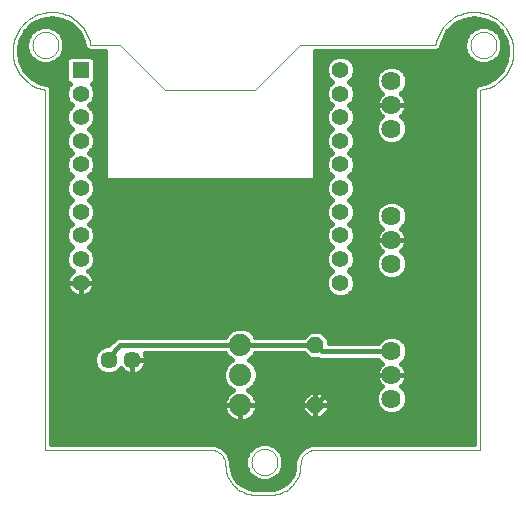
<source format=gtl>
G75*
G70*
%OFA0B0*%
%FSLAX24Y24*%
%IPPOS*%
%LPD*%
%AMOC8*
5,1,8,0,0,1.08239X$1,22.5*
%
%ADD10C,0.0000*%
%ADD11C,0.0560*%
%ADD12R,0.0560X0.0560*%
%ADD13OC8,0.0520*%
%ADD14C,0.0640*%
%ADD15C,0.0570*%
%ADD16C,0.0740*%
%ADD17C,0.0160*%
%ADD18C,0.0356*%
D10*
X001680Y002180D02*
X001680Y014180D01*
X001680Y014181D02*
X001609Y014194D01*
X001540Y014212D01*
X001471Y014233D01*
X001404Y014257D01*
X001338Y014286D01*
X001274Y014318D01*
X001211Y014353D01*
X001151Y014392D01*
X001093Y014434D01*
X001037Y014480D01*
X000984Y014528D01*
X000934Y014579D01*
X000886Y014633D01*
X000842Y014689D01*
X000801Y014747D01*
X000762Y014808D01*
X000728Y014871D01*
X000697Y014936D01*
X000669Y015002D01*
X000645Y015069D01*
X000625Y015138D01*
X000609Y015208D01*
X000596Y015279D01*
X000588Y015350D01*
X000583Y015422D01*
X000582Y015493D01*
X000585Y015565D01*
X000592Y015636D01*
X000604Y015707D01*
X000618Y015777D01*
X000637Y015847D01*
X000660Y015915D01*
X000686Y015981D01*
X000716Y016047D01*
X000749Y016110D01*
X000786Y016172D01*
X000826Y016231D01*
X000869Y016288D01*
X000916Y016343D01*
X000965Y016395D01*
X001017Y016444D01*
X001072Y016491D01*
X001129Y016534D01*
X001188Y016574D01*
X001250Y016611D01*
X001313Y016644D01*
X001379Y016674D01*
X001445Y016700D01*
X001513Y016723D01*
X001583Y016742D01*
X001653Y016756D01*
X001724Y016768D01*
X001795Y016775D01*
X001867Y016778D01*
X001938Y016777D01*
X002010Y016772D01*
X002081Y016764D01*
X002152Y016751D01*
X002222Y016735D01*
X002291Y016715D01*
X002358Y016691D01*
X002424Y016663D01*
X002489Y016632D01*
X002552Y016598D01*
X002613Y016559D01*
X002671Y016518D01*
X002727Y016474D01*
X002781Y016426D01*
X002832Y016376D01*
X002880Y016323D01*
X002926Y016267D01*
X002968Y016209D01*
X003007Y016149D01*
X003042Y016086D01*
X003074Y016022D01*
X003103Y015956D01*
X003127Y015889D01*
X003148Y015820D01*
X003166Y015751D01*
X003179Y015680D01*
X003180Y015680D02*
X004180Y015680D01*
X005680Y014180D01*
X008680Y014180D01*
X010180Y015680D01*
X014680Y015680D01*
X014681Y015680D02*
X014694Y015751D01*
X014712Y015820D01*
X014733Y015889D01*
X014757Y015956D01*
X014786Y016022D01*
X014818Y016086D01*
X014853Y016149D01*
X014892Y016209D01*
X014934Y016267D01*
X014980Y016323D01*
X015028Y016376D01*
X015079Y016426D01*
X015133Y016474D01*
X015189Y016518D01*
X015247Y016559D01*
X015308Y016598D01*
X015371Y016632D01*
X015436Y016663D01*
X015502Y016691D01*
X015569Y016715D01*
X015638Y016735D01*
X015708Y016751D01*
X015779Y016764D01*
X015850Y016772D01*
X015922Y016777D01*
X015993Y016778D01*
X016065Y016775D01*
X016136Y016768D01*
X016207Y016756D01*
X016277Y016742D01*
X016347Y016723D01*
X016415Y016700D01*
X016481Y016674D01*
X016547Y016644D01*
X016610Y016611D01*
X016672Y016574D01*
X016731Y016534D01*
X016788Y016491D01*
X016843Y016444D01*
X016895Y016395D01*
X016944Y016343D01*
X016991Y016288D01*
X017034Y016231D01*
X017074Y016172D01*
X017111Y016110D01*
X017144Y016047D01*
X017174Y015981D01*
X017200Y015915D01*
X017223Y015847D01*
X017242Y015777D01*
X017256Y015707D01*
X017268Y015636D01*
X017275Y015565D01*
X017278Y015493D01*
X017277Y015422D01*
X017272Y015350D01*
X017264Y015279D01*
X017251Y015208D01*
X017235Y015138D01*
X017215Y015069D01*
X017191Y015002D01*
X017163Y014936D01*
X017132Y014871D01*
X017098Y014808D01*
X017059Y014747D01*
X017018Y014689D01*
X016974Y014633D01*
X016926Y014579D01*
X016876Y014528D01*
X016823Y014480D01*
X016767Y014434D01*
X016709Y014392D01*
X016649Y014353D01*
X016586Y014318D01*
X016522Y014286D01*
X016456Y014257D01*
X016389Y014233D01*
X016320Y014212D01*
X016251Y014194D01*
X016180Y014181D01*
X016180Y014180D02*
X016180Y002180D01*
X010680Y002180D01*
X010636Y002178D01*
X010593Y002172D01*
X010551Y002163D01*
X010509Y002150D01*
X010469Y002133D01*
X010430Y002113D01*
X010393Y002090D01*
X010359Y002063D01*
X010326Y002034D01*
X010297Y002001D01*
X010270Y001967D01*
X010247Y001930D01*
X010227Y001891D01*
X010210Y001851D01*
X010197Y001809D01*
X010188Y001767D01*
X010182Y001724D01*
X010180Y001680D01*
X010178Y001620D01*
X010173Y001559D01*
X010164Y001500D01*
X010151Y001441D01*
X010135Y001382D01*
X010115Y001325D01*
X010092Y001270D01*
X010065Y001215D01*
X010036Y001163D01*
X010003Y001112D01*
X009967Y001063D01*
X009929Y001017D01*
X009887Y000973D01*
X009843Y000931D01*
X009797Y000893D01*
X009748Y000857D01*
X009697Y000824D01*
X009645Y000795D01*
X009590Y000768D01*
X009535Y000745D01*
X009478Y000725D01*
X009419Y000709D01*
X009360Y000696D01*
X009301Y000687D01*
X009240Y000682D01*
X009180Y000680D01*
X008680Y000680D01*
X008620Y000682D01*
X008559Y000687D01*
X008500Y000696D01*
X008441Y000709D01*
X008382Y000725D01*
X008325Y000745D01*
X008270Y000768D01*
X008215Y000795D01*
X008163Y000824D01*
X008112Y000857D01*
X008063Y000893D01*
X008017Y000931D01*
X007973Y000973D01*
X007931Y001017D01*
X007893Y001063D01*
X007857Y001112D01*
X007824Y001163D01*
X007795Y001215D01*
X007768Y001270D01*
X007745Y001325D01*
X007725Y001382D01*
X007709Y001441D01*
X007696Y001500D01*
X007687Y001559D01*
X007682Y001620D01*
X007680Y001680D01*
X007678Y001724D01*
X007672Y001767D01*
X007663Y001809D01*
X007650Y001851D01*
X007633Y001891D01*
X007613Y001930D01*
X007590Y001967D01*
X007563Y002001D01*
X007534Y002034D01*
X007501Y002063D01*
X007467Y002090D01*
X007430Y002113D01*
X007391Y002133D01*
X007351Y002150D01*
X007309Y002163D01*
X007267Y002172D01*
X007224Y002178D01*
X007180Y002180D01*
X001680Y002180D01*
X008547Y001780D02*
X008549Y001821D01*
X008555Y001862D01*
X008565Y001902D01*
X008578Y001941D01*
X008595Y001978D01*
X008616Y002014D01*
X008640Y002048D01*
X008667Y002079D01*
X008696Y002107D01*
X008729Y002133D01*
X008763Y002155D01*
X008800Y002174D01*
X008838Y002189D01*
X008878Y002201D01*
X008918Y002209D01*
X008959Y002213D01*
X009001Y002213D01*
X009042Y002209D01*
X009082Y002201D01*
X009122Y002189D01*
X009160Y002174D01*
X009196Y002155D01*
X009231Y002133D01*
X009264Y002107D01*
X009293Y002079D01*
X009320Y002048D01*
X009344Y002014D01*
X009365Y001978D01*
X009382Y001941D01*
X009395Y001902D01*
X009405Y001862D01*
X009411Y001821D01*
X009413Y001780D01*
X009411Y001739D01*
X009405Y001698D01*
X009395Y001658D01*
X009382Y001619D01*
X009365Y001582D01*
X009344Y001546D01*
X009320Y001512D01*
X009293Y001481D01*
X009264Y001453D01*
X009231Y001427D01*
X009197Y001405D01*
X009160Y001386D01*
X009122Y001371D01*
X009082Y001359D01*
X009042Y001351D01*
X009001Y001347D01*
X008959Y001347D01*
X008918Y001351D01*
X008878Y001359D01*
X008838Y001371D01*
X008800Y001386D01*
X008764Y001405D01*
X008729Y001427D01*
X008696Y001453D01*
X008667Y001481D01*
X008640Y001512D01*
X008616Y001546D01*
X008595Y001582D01*
X008578Y001619D01*
X008565Y001658D01*
X008555Y001698D01*
X008549Y001739D01*
X008547Y001780D01*
X001247Y015680D02*
X001249Y015721D01*
X001255Y015762D01*
X001265Y015802D01*
X001278Y015841D01*
X001295Y015878D01*
X001316Y015914D01*
X001340Y015948D01*
X001367Y015979D01*
X001396Y016007D01*
X001429Y016033D01*
X001463Y016055D01*
X001500Y016074D01*
X001538Y016089D01*
X001578Y016101D01*
X001618Y016109D01*
X001659Y016113D01*
X001701Y016113D01*
X001742Y016109D01*
X001782Y016101D01*
X001822Y016089D01*
X001860Y016074D01*
X001896Y016055D01*
X001931Y016033D01*
X001964Y016007D01*
X001993Y015979D01*
X002020Y015948D01*
X002044Y015914D01*
X002065Y015878D01*
X002082Y015841D01*
X002095Y015802D01*
X002105Y015762D01*
X002111Y015721D01*
X002113Y015680D01*
X002111Y015639D01*
X002105Y015598D01*
X002095Y015558D01*
X002082Y015519D01*
X002065Y015482D01*
X002044Y015446D01*
X002020Y015412D01*
X001993Y015381D01*
X001964Y015353D01*
X001931Y015327D01*
X001897Y015305D01*
X001860Y015286D01*
X001822Y015271D01*
X001782Y015259D01*
X001742Y015251D01*
X001701Y015247D01*
X001659Y015247D01*
X001618Y015251D01*
X001578Y015259D01*
X001538Y015271D01*
X001500Y015286D01*
X001464Y015305D01*
X001429Y015327D01*
X001396Y015353D01*
X001367Y015381D01*
X001340Y015412D01*
X001316Y015446D01*
X001295Y015482D01*
X001278Y015519D01*
X001265Y015558D01*
X001255Y015598D01*
X001249Y015639D01*
X001247Y015680D01*
X015847Y015680D02*
X015849Y015721D01*
X015855Y015762D01*
X015865Y015802D01*
X015878Y015841D01*
X015895Y015878D01*
X015916Y015914D01*
X015940Y015948D01*
X015967Y015979D01*
X015996Y016007D01*
X016029Y016033D01*
X016063Y016055D01*
X016100Y016074D01*
X016138Y016089D01*
X016178Y016101D01*
X016218Y016109D01*
X016259Y016113D01*
X016301Y016113D01*
X016342Y016109D01*
X016382Y016101D01*
X016422Y016089D01*
X016460Y016074D01*
X016496Y016055D01*
X016531Y016033D01*
X016564Y016007D01*
X016593Y015979D01*
X016620Y015948D01*
X016644Y015914D01*
X016665Y015878D01*
X016682Y015841D01*
X016695Y015802D01*
X016705Y015762D01*
X016711Y015721D01*
X016713Y015680D01*
X016711Y015639D01*
X016705Y015598D01*
X016695Y015558D01*
X016682Y015519D01*
X016665Y015482D01*
X016644Y015446D01*
X016620Y015412D01*
X016593Y015381D01*
X016564Y015353D01*
X016531Y015327D01*
X016497Y015305D01*
X016460Y015286D01*
X016422Y015271D01*
X016382Y015259D01*
X016342Y015251D01*
X016301Y015247D01*
X016259Y015247D01*
X016218Y015251D01*
X016178Y015259D01*
X016138Y015271D01*
X016100Y015286D01*
X016064Y015305D01*
X016029Y015327D01*
X015996Y015353D01*
X015967Y015381D01*
X015940Y015412D01*
X015916Y015446D01*
X015895Y015482D01*
X015878Y015519D01*
X015865Y015558D01*
X015855Y015598D01*
X015849Y015639D01*
X015847Y015680D01*
D11*
X011511Y014845D03*
X011511Y014058D03*
X011511Y013271D03*
X011511Y012483D03*
X011511Y011696D03*
X011511Y010908D03*
X011511Y010121D03*
X011511Y009334D03*
X011511Y008546D03*
X011511Y007759D03*
X002849Y007759D03*
X002849Y008546D03*
X002849Y009334D03*
X002849Y010121D03*
X002849Y010908D03*
X002849Y011696D03*
X002849Y012483D03*
X002849Y013271D03*
X002849Y014058D03*
D12*
X002849Y014845D03*
D13*
X010680Y005680D03*
X010680Y003680D03*
D14*
X013211Y003893D03*
X013211Y004680D03*
X013211Y005467D03*
X013211Y008393D03*
X013211Y009180D03*
X013211Y009967D03*
X013211Y012893D03*
X013211Y013680D03*
X013211Y014467D03*
D15*
X004574Y005180D03*
X003786Y005180D03*
D16*
X008180Y004680D03*
X008180Y003680D03*
X008180Y005680D03*
D17*
X004180Y005680D01*
X003786Y005286D01*
X003786Y005180D01*
X003332Y005350D02*
X001880Y005350D01*
X001880Y005192D02*
X003301Y005192D01*
X003301Y005276D02*
X003301Y005084D01*
X003375Y004905D01*
X003512Y004769D01*
X003690Y004695D01*
X003883Y004695D01*
X004061Y004769D01*
X004197Y004905D01*
X004198Y004906D01*
X004219Y004877D01*
X004271Y004825D01*
X004330Y004782D01*
X004395Y004749D01*
X004465Y004726D01*
X004537Y004715D01*
X004574Y004715D01*
X004610Y004715D01*
X004683Y004726D01*
X004752Y004749D01*
X004817Y004782D01*
X004877Y004825D01*
X004928Y004877D01*
X004971Y004936D01*
X005005Y005002D01*
X005027Y005071D01*
X005039Y005143D01*
X005039Y005180D01*
X005039Y005217D01*
X005027Y005289D01*
X005005Y005358D01*
X004983Y005400D01*
X007679Y005400D01*
X007697Y005357D01*
X007857Y005197D01*
X007898Y005180D01*
X007857Y005163D01*
X007697Y005003D01*
X007610Y004793D01*
X007610Y004567D01*
X007697Y004357D01*
X007857Y004197D01*
X007926Y004168D01*
X007892Y004150D01*
X007822Y004100D01*
X007760Y004038D01*
X007710Y003968D01*
X007670Y003891D01*
X007644Y003809D01*
X007630Y003723D01*
X007630Y003680D01*
X008180Y003680D01*
X005180Y003680D01*
X004574Y004286D01*
X004574Y005180D01*
X005039Y005180D01*
X004574Y005180D01*
X004574Y005180D01*
X004574Y004715D01*
X004574Y005180D01*
X004574Y005180D01*
X004574Y005033D02*
X004574Y005033D01*
X004574Y004875D02*
X004574Y004875D01*
X004574Y004716D02*
X004574Y004716D01*
X004617Y004716D02*
X007610Y004716D01*
X007614Y004558D02*
X001880Y004558D01*
X001880Y004716D02*
X003639Y004716D01*
X003406Y004875D02*
X001880Y004875D01*
X001880Y005033D02*
X003322Y005033D01*
X003301Y005276D02*
X003375Y005455D01*
X003512Y005591D01*
X003690Y005665D01*
X003769Y005665D01*
X003943Y005839D01*
X003943Y005839D01*
X004021Y005917D01*
X004124Y005960D01*
X007679Y005960D01*
X007697Y006003D01*
X007857Y006163D01*
X008067Y006250D01*
X008293Y006250D01*
X008503Y006163D01*
X008663Y006003D01*
X008681Y005960D01*
X010309Y005960D01*
X010489Y006140D01*
X010871Y006140D01*
X011140Y005871D01*
X011140Y005747D01*
X012765Y005747D01*
X012771Y005762D01*
X012917Y005908D01*
X013108Y005987D01*
X013315Y005987D01*
X013506Y005908D01*
X013652Y005762D01*
X013731Y005571D01*
X013731Y005364D01*
X013652Y005173D01*
X013539Y005060D01*
X013593Y005006D01*
X013639Y004942D01*
X013675Y004872D01*
X013699Y004797D01*
X013711Y004719D01*
X013711Y004680D01*
X013212Y004680D01*
X013711Y004680D01*
X013711Y004641D01*
X013699Y004563D01*
X013675Y004488D01*
X013639Y004418D01*
X013593Y004354D01*
X013539Y004300D01*
X013652Y004187D01*
X013731Y003996D01*
X013731Y003789D01*
X013652Y003598D01*
X013506Y003452D01*
X013315Y003373D01*
X013108Y003373D01*
X012917Y003452D01*
X012771Y003598D01*
X012691Y003789D01*
X012691Y003996D01*
X012771Y004187D01*
X012884Y004300D01*
X012830Y004354D01*
X012784Y004418D01*
X012748Y004488D01*
X012724Y004563D01*
X012711Y004641D01*
X012711Y004680D01*
X013211Y004680D01*
X013211Y004680D01*
X012711Y004680D01*
X012711Y004719D01*
X012724Y004797D01*
X012748Y004872D01*
X012784Y004942D01*
X012830Y005006D01*
X012884Y005060D01*
X012771Y005173D01*
X012765Y005187D01*
X010837Y005187D01*
X010758Y005220D01*
X010489Y005220D01*
X010309Y005400D01*
X008681Y005400D01*
X008663Y005357D01*
X008503Y005197D01*
X008462Y005180D01*
X008503Y005163D01*
X008663Y005003D01*
X008750Y004793D01*
X008750Y004567D01*
X008663Y004357D01*
X008503Y004197D01*
X008434Y004168D01*
X008468Y004150D01*
X008538Y004100D01*
X008600Y004038D01*
X008650Y003968D01*
X008690Y003891D01*
X008716Y003809D01*
X008730Y003723D01*
X008730Y003680D01*
X008180Y003680D01*
X010680Y003680D01*
X011680Y004680D01*
X013211Y004680D01*
X014180Y004680D01*
X014680Y005180D01*
X014680Y009180D01*
X013211Y009180D01*
X012711Y009180D01*
X012711Y009141D01*
X012724Y009063D01*
X012748Y008988D01*
X012784Y008918D01*
X012830Y008854D01*
X012884Y008800D01*
X012771Y008687D01*
X012691Y008496D01*
X012691Y008289D01*
X012771Y008098D01*
X012917Y007952D01*
X013108Y007873D01*
X013315Y007873D01*
X013506Y007952D01*
X013652Y008098D01*
X013731Y008289D01*
X013731Y008496D01*
X013652Y008687D01*
X013539Y008800D01*
X013593Y008854D01*
X013639Y008918D01*
X013675Y008988D01*
X013699Y009063D01*
X013711Y009141D01*
X013711Y009180D01*
X013212Y009180D01*
X013711Y009180D01*
X013711Y009219D01*
X013699Y009297D01*
X013675Y009372D01*
X013639Y009442D01*
X013593Y009506D01*
X013539Y009560D01*
X013652Y009673D01*
X013731Y009864D01*
X013731Y010071D01*
X013652Y010262D01*
X013506Y010408D01*
X013315Y010487D01*
X013108Y010487D01*
X012917Y010408D01*
X012771Y010262D01*
X012691Y010071D01*
X012691Y009864D01*
X012771Y009673D01*
X012884Y009560D01*
X012830Y009506D01*
X012784Y009442D01*
X012748Y009372D01*
X012724Y009297D01*
X012711Y009219D01*
X012711Y009180D01*
X013211Y009180D01*
X013211Y009180D01*
X013212Y009180D02*
X013212Y009180D01*
X013618Y009471D02*
X015980Y009471D01*
X015980Y009313D02*
X013694Y009313D01*
X013711Y009154D02*
X015980Y009154D01*
X015980Y008996D02*
X013677Y008996D01*
X013576Y008837D02*
X015980Y008837D01*
X015980Y008679D02*
X013656Y008679D01*
X013722Y008520D02*
X015980Y008520D01*
X015980Y008362D02*
X013731Y008362D01*
X013696Y008203D02*
X015980Y008203D01*
X015980Y008045D02*
X013599Y008045D01*
X013347Y007886D02*
X015980Y007886D01*
X015980Y007728D02*
X011991Y007728D01*
X011991Y007663D02*
X011918Y007487D01*
X011783Y007352D01*
X011606Y007279D01*
X011415Y007279D01*
X011239Y007352D01*
X011104Y007487D01*
X011031Y007663D01*
X011031Y007854D01*
X011104Y008031D01*
X011226Y008152D01*
X011104Y008274D01*
X011031Y008451D01*
X011031Y008642D01*
X011104Y008818D01*
X011226Y008940D01*
X011104Y009062D01*
X011031Y009238D01*
X011031Y009429D01*
X011104Y009605D01*
X011226Y009727D01*
X011104Y009849D01*
X011031Y010025D01*
X011031Y010216D01*
X011104Y010393D01*
X011226Y010515D01*
X011104Y010636D01*
X011031Y010813D01*
X011031Y011004D01*
X011104Y011180D01*
X011226Y011302D01*
X011104Y011424D01*
X011031Y011600D01*
X011031Y011791D01*
X011104Y011968D01*
X011226Y012089D01*
X011104Y012211D01*
X011031Y012388D01*
X011031Y012579D01*
X011104Y012755D01*
X011226Y012877D01*
X011104Y012999D01*
X011031Y013175D01*
X011031Y013366D01*
X011104Y013542D01*
X011226Y013664D01*
X011104Y013786D01*
X011031Y013962D01*
X011031Y014153D01*
X011104Y014330D01*
X011226Y014452D01*
X011104Y014573D01*
X011031Y014750D01*
X011031Y014941D01*
X011104Y015117D01*
X011239Y015252D01*
X011415Y015325D01*
X011606Y015325D01*
X011783Y015252D01*
X011918Y015117D01*
X011991Y014941D01*
X011991Y014750D01*
X011918Y014573D01*
X011796Y014452D01*
X011918Y014330D01*
X011991Y014153D01*
X011991Y013962D01*
X011918Y013786D01*
X011796Y013664D01*
X011918Y013542D01*
X011991Y013366D01*
X011991Y013175D01*
X011918Y012999D01*
X011796Y012877D01*
X011918Y012755D01*
X011991Y012579D01*
X011991Y012388D01*
X011918Y012211D01*
X011796Y012089D01*
X011918Y011968D01*
X011991Y011791D01*
X011991Y011600D01*
X011918Y011424D01*
X011796Y011302D01*
X011918Y011180D01*
X011991Y011004D01*
X011991Y010813D01*
X011918Y010636D01*
X011796Y010515D01*
X011918Y010393D01*
X011991Y010216D01*
X011991Y010025D01*
X011918Y009849D01*
X011796Y009727D01*
X011918Y009605D01*
X011991Y009429D01*
X011991Y009238D01*
X011918Y009062D01*
X011796Y008940D01*
X011918Y008818D01*
X011991Y008642D01*
X011991Y008451D01*
X011918Y008274D01*
X011796Y008152D01*
X011918Y008031D01*
X011991Y007854D01*
X011991Y007663D01*
X011952Y007569D02*
X015980Y007569D01*
X015980Y007411D02*
X011841Y007411D01*
X011978Y007886D02*
X013076Y007886D01*
X012824Y008045D02*
X011904Y008045D01*
X011846Y008203D02*
X012727Y008203D01*
X012691Y008362D02*
X011954Y008362D01*
X011991Y008520D02*
X012701Y008520D01*
X012767Y008679D02*
X011975Y008679D01*
X011899Y008837D02*
X012847Y008837D01*
X012746Y008996D02*
X011851Y008996D01*
X011956Y009154D02*
X012711Y009154D01*
X012729Y009313D02*
X011991Y009313D01*
X011973Y009471D02*
X012805Y009471D01*
X012814Y009630D02*
X011894Y009630D01*
X011857Y009788D02*
X012723Y009788D01*
X012691Y009947D02*
X011958Y009947D01*
X011991Y010105D02*
X012706Y010105D01*
X012772Y010264D02*
X011971Y010264D01*
X011888Y010422D02*
X012950Y010422D01*
X013473Y010422D02*
X015980Y010422D01*
X015980Y010264D02*
X013651Y010264D01*
X013717Y010105D02*
X015980Y010105D01*
X015980Y009947D02*
X013731Y009947D01*
X013700Y009788D02*
X015980Y009788D01*
X015980Y009630D02*
X013609Y009630D01*
X014680Y009180D02*
X014680Y012680D01*
X013680Y013680D01*
X013211Y013680D01*
X012711Y013680D01*
X012711Y013641D01*
X012724Y013563D01*
X012748Y013488D01*
X012784Y013418D01*
X012830Y013354D01*
X012884Y013300D01*
X012771Y013187D01*
X012691Y012996D01*
X012691Y012789D01*
X012771Y012598D01*
X012917Y012452D01*
X013108Y012373D01*
X013315Y012373D01*
X013506Y012452D01*
X013652Y012598D01*
X013731Y012789D01*
X013731Y012996D01*
X013652Y013187D01*
X013539Y013300D01*
X013593Y013354D01*
X013639Y013418D01*
X013675Y013488D01*
X013699Y013563D01*
X013711Y013641D01*
X013711Y013680D01*
X013212Y013680D01*
X013711Y013680D01*
X013711Y013719D01*
X013699Y013797D01*
X013675Y013872D01*
X013639Y013942D01*
X013593Y014006D01*
X013539Y014060D01*
X013652Y014173D01*
X013731Y014364D01*
X013731Y014571D01*
X013652Y014762D01*
X013506Y014908D01*
X013315Y014987D01*
X013108Y014987D01*
X012917Y014908D01*
X012771Y014762D01*
X012691Y014571D01*
X012691Y014364D01*
X012771Y014173D01*
X012884Y014060D01*
X012830Y014006D01*
X012784Y013942D01*
X012748Y013872D01*
X012724Y013797D01*
X012711Y013719D01*
X012711Y013680D01*
X013211Y013680D01*
X013211Y013680D01*
X013212Y013680D02*
X013212Y013680D01*
X013656Y013909D02*
X015980Y013909D01*
X015980Y013751D02*
X013707Y013751D01*
X013704Y013592D02*
X015980Y013592D01*
X015980Y013434D02*
X013647Y013434D01*
X013564Y013275D02*
X015980Y013275D01*
X015980Y013117D02*
X013682Y013117D01*
X013731Y012958D02*
X015980Y012958D01*
X015980Y012800D02*
X013731Y012800D01*
X013670Y012641D02*
X015980Y012641D01*
X015980Y012483D02*
X013537Y012483D01*
X012886Y012483D02*
X011991Y012483D01*
X011965Y012641D02*
X012753Y012641D01*
X012691Y012800D02*
X011873Y012800D01*
X011877Y012958D02*
X012691Y012958D01*
X012741Y013117D02*
X011966Y013117D01*
X011991Y013275D02*
X012859Y013275D01*
X012776Y013434D02*
X011963Y013434D01*
X011868Y013592D02*
X012719Y013592D01*
X012716Y013751D02*
X011882Y013751D01*
X011969Y013909D02*
X012767Y013909D01*
X012876Y014068D02*
X011991Y014068D01*
X011961Y014226D02*
X012749Y014226D01*
X012691Y014385D02*
X011863Y014385D01*
X011887Y014543D02*
X012691Y014543D01*
X012746Y014702D02*
X011971Y014702D01*
X011991Y014860D02*
X012869Y014860D01*
X013554Y014860D02*
X016887Y014860D01*
X016868Y014822D02*
X016624Y014577D01*
X016316Y014419D01*
X016159Y014380D01*
X016097Y014380D01*
X016084Y014367D01*
X016066Y014364D01*
X016027Y014310D01*
X015980Y014263D01*
X015980Y014245D01*
X015969Y014230D01*
X015980Y014164D01*
X015980Y002380D01*
X010541Y002380D01*
X010283Y002273D01*
X010087Y002077D01*
X010087Y002077D01*
X009980Y001819D01*
X009980Y001680D01*
X009970Y001555D01*
X009893Y001317D01*
X009746Y001114D01*
X009543Y000967D01*
X009305Y000890D01*
X009180Y000880D01*
X008680Y000880D01*
X008555Y000890D01*
X008317Y000967D01*
X008114Y001114D01*
X007967Y001317D01*
X007890Y001555D01*
X007880Y001680D01*
X007880Y001819D01*
X007773Y002077D01*
X007577Y002273D01*
X007577Y002273D01*
X007577Y002273D01*
X007319Y002380D01*
X001880Y002380D01*
X001880Y014164D01*
X001891Y014230D01*
X001880Y014245D01*
X001880Y014263D01*
X001833Y014310D01*
X001794Y014364D01*
X001776Y014367D01*
X001763Y014380D01*
X001701Y014380D01*
X001543Y014419D01*
X001236Y014577D01*
X000992Y014822D01*
X000836Y015130D01*
X000782Y015472D01*
X000836Y015814D01*
X000994Y016122D01*
X001238Y016366D01*
X001546Y016524D01*
X001888Y016578D01*
X002230Y016524D01*
X002538Y016368D01*
X002783Y016124D01*
X002941Y015816D01*
X002980Y015659D01*
X002980Y015597D01*
X002993Y015584D01*
X002996Y015566D01*
X003050Y015527D01*
X003097Y015480D01*
X003115Y015480D01*
X003130Y015469D01*
X003196Y015480D01*
X003680Y015480D01*
X003680Y011180D01*
X010680Y011180D01*
X010680Y015480D01*
X014664Y015480D01*
X014730Y015469D01*
X014745Y015480D01*
X014763Y015480D01*
X014810Y015527D01*
X014864Y015566D01*
X014867Y015584D01*
X014880Y015597D01*
X014880Y015659D01*
X014919Y015816D01*
X015077Y016124D01*
X015322Y016368D01*
X015630Y016524D01*
X015972Y016578D01*
X016314Y016524D01*
X016622Y016366D01*
X016866Y016122D01*
X017024Y015814D01*
X017078Y015472D01*
X017024Y015130D01*
X016868Y014822D01*
X016748Y014702D02*
X013677Y014702D01*
X013731Y014543D02*
X016559Y014543D01*
X016177Y014385D02*
X013731Y014385D01*
X013674Y014226D02*
X015970Y014226D01*
X015980Y014068D02*
X013547Y014068D01*
X014777Y015494D02*
X015672Y015494D01*
X015647Y015554D02*
X015743Y015321D01*
X015921Y015143D01*
X016154Y015047D01*
X016406Y015047D01*
X016639Y015143D01*
X016817Y015321D01*
X016913Y015554D01*
X016913Y015806D01*
X016817Y016039D01*
X016639Y016217D01*
X016406Y016313D01*
X016154Y016313D01*
X015921Y016217D01*
X015743Y016039D01*
X015647Y015806D01*
X015647Y015554D01*
X015647Y015653D02*
X014880Y015653D01*
X014917Y015811D02*
X015649Y015811D01*
X015715Y015970D02*
X014997Y015970D01*
X015080Y016128D02*
X015833Y016128D01*
X016090Y016287D02*
X015240Y016287D01*
X015474Y016445D02*
X016468Y016445D01*
X016470Y016287D02*
X016702Y016287D01*
X016727Y016128D02*
X016860Y016128D01*
X016845Y015970D02*
X016944Y015970D01*
X016911Y015811D02*
X017024Y015811D01*
X017049Y015653D02*
X016913Y015653D01*
X016888Y015494D02*
X017075Y015494D01*
X017057Y015336D02*
X016823Y015336D01*
X016672Y015177D02*
X017032Y015177D01*
X016968Y015019D02*
X011959Y015019D01*
X011858Y015177D02*
X015888Y015177D01*
X015737Y015336D02*
X010680Y015336D01*
X010680Y015177D02*
X011164Y015177D01*
X011063Y015019D02*
X010680Y015019D01*
X010680Y014860D02*
X011031Y014860D01*
X011051Y014702D02*
X010680Y014702D01*
X010680Y014543D02*
X011134Y014543D01*
X011158Y014385D02*
X010680Y014385D01*
X010680Y014226D02*
X011061Y014226D01*
X011031Y014068D02*
X010680Y014068D01*
X010680Y013909D02*
X011053Y013909D01*
X011139Y013751D02*
X010680Y013751D01*
X010680Y013592D02*
X011153Y013592D01*
X011059Y013434D02*
X010680Y013434D01*
X010680Y013275D02*
X011031Y013275D01*
X011055Y013117D02*
X010680Y013117D01*
X010680Y012958D02*
X011144Y012958D01*
X011148Y012800D02*
X010680Y012800D01*
X010680Y012641D02*
X011057Y012641D01*
X011031Y012483D02*
X010680Y012483D01*
X010680Y012324D02*
X011057Y012324D01*
X011150Y012166D02*
X010680Y012166D01*
X010680Y012007D02*
X011143Y012007D01*
X011054Y011849D02*
X010680Y011849D01*
X010680Y011690D02*
X011031Y011690D01*
X011059Y011532D02*
X010680Y011532D01*
X010680Y011373D02*
X011155Y011373D01*
X011138Y011215D02*
X010680Y011215D01*
X011052Y011056D02*
X003308Y011056D01*
X003329Y011004D02*
X003256Y011180D01*
X003134Y011302D01*
X003256Y011424D01*
X003329Y011600D01*
X003329Y011791D01*
X003256Y011968D01*
X003134Y012089D01*
X003256Y012211D01*
X003329Y012388D01*
X003329Y012579D01*
X003256Y012755D01*
X003134Y012877D01*
X003256Y012999D01*
X003329Y013175D01*
X003329Y013366D01*
X003256Y013542D01*
X003134Y013664D01*
X003256Y013786D01*
X003329Y013962D01*
X003329Y014153D01*
X003256Y014330D01*
X003216Y014370D01*
X003329Y014483D01*
X003329Y015208D01*
X003212Y015325D01*
X002486Y015325D01*
X002369Y015208D01*
X002369Y014483D01*
X002482Y014370D01*
X002442Y014330D01*
X002369Y014153D01*
X002369Y013962D01*
X002442Y013786D01*
X002564Y013664D01*
X002442Y013542D01*
X002369Y013366D01*
X002369Y013175D01*
X002442Y012999D01*
X002564Y012877D01*
X002442Y012755D01*
X002369Y012579D01*
X002369Y012388D01*
X002442Y012211D01*
X002564Y012089D01*
X002442Y011968D01*
X002369Y011791D01*
X002369Y011600D01*
X002442Y011424D01*
X002564Y011302D01*
X002442Y011180D01*
X002369Y011004D01*
X002369Y010813D01*
X002442Y010636D01*
X002564Y010515D01*
X002442Y010393D01*
X002369Y010216D01*
X002369Y010025D01*
X002442Y009849D01*
X002564Y009727D01*
X002442Y009605D01*
X002369Y009429D01*
X002369Y009238D01*
X002442Y009062D01*
X002564Y008940D01*
X002442Y008818D01*
X002369Y008642D01*
X002369Y008451D01*
X002442Y008274D01*
X002577Y008139D01*
X002586Y008136D01*
X002550Y008110D01*
X002498Y008058D01*
X002456Y008000D01*
X002423Y007935D01*
X002401Y007866D01*
X002389Y007795D01*
X002389Y007759D01*
X002849Y007759D01*
X002849Y007759D01*
X002389Y007759D01*
X002389Y007723D01*
X002401Y007651D01*
X002423Y007582D01*
X002456Y007518D01*
X002498Y007459D01*
X002550Y007408D01*
X002608Y007365D01*
X002673Y007332D01*
X002742Y007310D01*
X002813Y007299D01*
X002849Y007299D01*
X002849Y007759D01*
X002849Y007759D01*
X003309Y007759D01*
X003309Y007795D01*
X003298Y007866D01*
X003276Y007935D01*
X003243Y008000D01*
X003200Y008058D01*
X003149Y008110D01*
X003113Y008136D01*
X003121Y008139D01*
X003256Y008274D01*
X003329Y008451D01*
X003329Y008642D01*
X003256Y008818D01*
X003134Y008940D01*
X003256Y009062D01*
X003329Y009238D01*
X003329Y009429D01*
X003256Y009605D01*
X003134Y009727D01*
X003256Y009849D01*
X003329Y010025D01*
X003329Y010216D01*
X003256Y010393D01*
X003134Y010515D01*
X003256Y010636D01*
X003329Y010813D01*
X003329Y011004D01*
X003329Y010898D02*
X011031Y010898D01*
X011061Y010739D02*
X003299Y010739D01*
X003200Y010581D02*
X011160Y010581D01*
X011133Y010422D02*
X003227Y010422D01*
X003310Y010264D02*
X011050Y010264D01*
X011031Y010105D02*
X003329Y010105D01*
X003297Y009947D02*
X011063Y009947D01*
X011165Y009788D02*
X003195Y009788D01*
X003232Y009630D02*
X011128Y009630D01*
X011048Y009471D02*
X003312Y009471D01*
X003329Y009313D02*
X011031Y009313D01*
X011066Y009154D02*
X003294Y009154D01*
X003190Y008996D02*
X011170Y008996D01*
X011123Y008837D02*
X003237Y008837D01*
X003314Y008679D02*
X011046Y008679D01*
X011031Y008520D02*
X003329Y008520D01*
X003292Y008362D02*
X011068Y008362D01*
X011175Y008203D02*
X003185Y008203D01*
X003210Y008045D02*
X011118Y008045D01*
X011044Y007886D02*
X003292Y007886D01*
X003309Y007759D02*
X002849Y007759D01*
X002849Y007759D01*
X002849Y007299D01*
X002885Y007299D01*
X002957Y007310D01*
X003026Y007332D01*
X003090Y007365D01*
X003149Y007408D01*
X003200Y007459D01*
X003243Y007518D01*
X003276Y007582D01*
X003298Y007651D01*
X003309Y007723D01*
X003309Y007759D01*
X003309Y007728D02*
X011031Y007728D01*
X011070Y007569D02*
X003269Y007569D01*
X003152Y007411D02*
X011180Y007411D01*
X011027Y005984D02*
X013100Y005984D01*
X013323Y005984D02*
X015980Y005984D01*
X015980Y005826D02*
X013589Y005826D01*
X013692Y005667D02*
X015980Y005667D01*
X015980Y005509D02*
X013731Y005509D01*
X013726Y005350D02*
X015980Y005350D01*
X015980Y005192D02*
X013660Y005192D01*
X013566Y005033D02*
X015980Y005033D01*
X015980Y004875D02*
X013674Y004875D01*
X013711Y004716D02*
X015980Y004716D01*
X015980Y004558D02*
X013697Y004558D01*
X013625Y004399D02*
X015980Y004399D01*
X015980Y004241D02*
X013599Y004241D01*
X013696Y004082D02*
X015980Y004082D01*
X015980Y003924D02*
X013731Y003924D01*
X013721Y003765D02*
X015980Y003765D01*
X015980Y003607D02*
X013656Y003607D01*
X013497Y003448D02*
X015980Y003448D01*
X015980Y003290D02*
X010912Y003290D01*
X010862Y003240D02*
X010680Y003240D01*
X010680Y003680D01*
X010680Y003680D01*
X010680Y004120D01*
X010862Y004120D01*
X011120Y003862D01*
X011120Y003680D01*
X010680Y003680D01*
X010680Y003680D01*
X010680Y003680D01*
X010240Y003680D01*
X010240Y003862D01*
X010498Y004120D01*
X010680Y004120D01*
X010680Y003680D01*
X011120Y003680D01*
X011120Y003498D01*
X010862Y003240D01*
X010680Y003240D02*
X010680Y003680D01*
X010680Y003680D01*
X010240Y003680D01*
X010240Y003498D01*
X010498Y003240D01*
X010680Y003240D01*
X010680Y003290D02*
X010680Y003290D01*
X010680Y003448D02*
X010680Y003448D01*
X010680Y003607D02*
X010680Y003607D01*
X010680Y003765D02*
X010680Y003765D01*
X010680Y003924D02*
X010680Y003924D01*
X010680Y004082D02*
X010680Y004082D01*
X010900Y004082D02*
X012727Y004082D01*
X012691Y003924D02*
X011059Y003924D01*
X011120Y003765D02*
X012702Y003765D01*
X012767Y003607D02*
X011120Y003607D01*
X011070Y003448D02*
X012926Y003448D01*
X012824Y004241D02*
X008547Y004241D01*
X008556Y004082D02*
X010460Y004082D01*
X010301Y003924D02*
X008673Y003924D01*
X008723Y003765D02*
X010240Y003765D01*
X010240Y003607D02*
X008725Y003607D01*
X008730Y003637D02*
X008716Y003551D01*
X008690Y003469D01*
X008650Y003392D01*
X008600Y003322D01*
X008538Y003260D01*
X008468Y003210D01*
X008391Y003170D01*
X008309Y003144D01*
X008223Y003130D01*
X008180Y003130D01*
X008180Y003680D01*
X008180Y003680D01*
X008730Y003680D01*
X008730Y003637D01*
X008679Y003448D02*
X010290Y003448D01*
X010448Y003290D02*
X008567Y003290D01*
X008230Y003131D02*
X015980Y003131D01*
X015980Y002973D02*
X001880Y002973D01*
X001880Y003131D02*
X008130Y003131D01*
X008137Y003130D02*
X008180Y003130D01*
X008180Y003680D01*
X008180Y003680D01*
X008180Y003680D01*
X007630Y003680D01*
X007630Y003637D01*
X007644Y003551D01*
X007670Y003469D01*
X007710Y003392D01*
X007760Y003322D01*
X007822Y003260D01*
X007892Y003210D01*
X007969Y003170D01*
X008051Y003144D01*
X008137Y003130D01*
X008180Y003131D02*
X008180Y003131D01*
X008180Y003290D02*
X008180Y003290D01*
X008180Y003448D02*
X008180Y003448D01*
X008180Y003607D02*
X008180Y003607D01*
X007793Y003290D02*
X001880Y003290D01*
X001880Y003448D02*
X007681Y003448D01*
X007635Y003607D02*
X001880Y003607D01*
X001880Y003765D02*
X007637Y003765D01*
X007687Y003924D02*
X001880Y003924D01*
X001880Y004082D02*
X007804Y004082D01*
X007813Y004241D02*
X001880Y004241D01*
X001880Y004399D02*
X007679Y004399D01*
X007644Y004875D02*
X004926Y004875D01*
X005015Y005033D02*
X007727Y005033D01*
X007870Y005192D02*
X005039Y005192D01*
X005007Y005350D02*
X007704Y005350D01*
X008180Y005680D02*
X010680Y005680D01*
X010893Y005467D01*
X013211Y005467D01*
X012834Y005826D02*
X011140Y005826D01*
X010827Y005192D02*
X008490Y005192D01*
X008633Y005033D02*
X012857Y005033D01*
X012749Y004875D02*
X008716Y004875D01*
X008750Y004716D02*
X012711Y004716D01*
X012726Y004558D02*
X008746Y004558D01*
X008681Y004399D02*
X012798Y004399D01*
X013212Y004680D02*
X013212Y004680D01*
X015980Y006143D02*
X008524Y006143D01*
X008671Y005984D02*
X010333Y005984D01*
X010359Y005350D02*
X008656Y005350D01*
X007836Y006143D02*
X001880Y006143D01*
X001880Y006301D02*
X015980Y006301D01*
X015980Y006460D02*
X001880Y006460D01*
X001880Y006618D02*
X015980Y006618D01*
X015980Y006777D02*
X001880Y006777D01*
X001880Y006935D02*
X015980Y006935D01*
X015980Y007094D02*
X001880Y007094D01*
X001880Y007252D02*
X015980Y007252D01*
X015980Y010581D02*
X011862Y010581D01*
X011960Y010739D02*
X015980Y010739D01*
X015980Y010898D02*
X011991Y010898D01*
X011969Y011056D02*
X015980Y011056D01*
X015980Y011215D02*
X011883Y011215D01*
X011867Y011373D02*
X015980Y011373D01*
X015980Y011532D02*
X011962Y011532D01*
X011991Y011690D02*
X015980Y011690D01*
X015980Y011849D02*
X011967Y011849D01*
X011878Y012007D02*
X015980Y012007D01*
X015980Y012166D02*
X011872Y012166D01*
X011964Y012324D02*
X015980Y012324D01*
X007689Y005984D02*
X001880Y005984D01*
X001880Y005826D02*
X003930Y005826D01*
X003771Y005667D02*
X001880Y005667D01*
X001880Y005509D02*
X003429Y005509D01*
X003933Y004716D02*
X004531Y004716D01*
X004222Y004875D02*
X004167Y004875D01*
X001880Y002814D02*
X015980Y002814D01*
X015980Y002656D02*
X001880Y002656D01*
X001880Y002497D02*
X015980Y002497D01*
X010441Y002339D02*
X009286Y002339D01*
X009339Y002317D02*
X009106Y002413D01*
X008854Y002413D01*
X008621Y002317D01*
X008443Y002139D01*
X008347Y001906D01*
X008347Y001654D01*
X008443Y001421D01*
X008621Y001243D01*
X008854Y001147D01*
X009106Y001147D01*
X009339Y001243D01*
X009517Y001421D01*
X009613Y001654D01*
X009613Y001906D01*
X009517Y002139D01*
X009339Y002317D01*
X009475Y002180D02*
X010190Y002180D01*
X010283Y002273D02*
X010283Y002273D01*
X010064Y002021D02*
X009565Y002021D01*
X009613Y001863D02*
X009998Y001863D01*
X009980Y001704D02*
X009613Y001704D01*
X009568Y001546D02*
X009967Y001546D01*
X009916Y001387D02*
X009483Y001387D01*
X009304Y001229D02*
X009829Y001229D01*
X009685Y001070D02*
X008175Y001070D01*
X008031Y001229D02*
X008656Y001229D01*
X008477Y001387D02*
X007944Y001387D01*
X007893Y001546D02*
X008392Y001546D01*
X008347Y001704D02*
X007880Y001704D01*
X007862Y001863D02*
X008347Y001863D01*
X008395Y002021D02*
X007796Y002021D01*
X007773Y002077D02*
X007773Y002077D01*
X007670Y002180D02*
X008485Y002180D01*
X008674Y002339D02*
X007419Y002339D01*
X008487Y000912D02*
X009373Y000912D01*
X002849Y007411D02*
X002849Y007411D01*
X002849Y007569D02*
X002849Y007569D01*
X002849Y007728D02*
X002849Y007728D01*
X002547Y007411D02*
X001880Y007411D01*
X001880Y007569D02*
X002430Y007569D01*
X002389Y007728D02*
X001880Y007728D01*
X001880Y007886D02*
X002407Y007886D01*
X002488Y008045D02*
X001880Y008045D01*
X001880Y008203D02*
X002514Y008203D01*
X002406Y008362D02*
X001880Y008362D01*
X001880Y008520D02*
X002369Y008520D01*
X002385Y008679D02*
X001880Y008679D01*
X001880Y008837D02*
X002461Y008837D01*
X002509Y008996D02*
X001880Y008996D01*
X001880Y009154D02*
X002404Y009154D01*
X002369Y009313D02*
X001880Y009313D01*
X001880Y009471D02*
X002387Y009471D01*
X002466Y009630D02*
X001880Y009630D01*
X001880Y009788D02*
X002503Y009788D01*
X002402Y009947D02*
X001880Y009947D01*
X001880Y010105D02*
X002369Y010105D01*
X002389Y010264D02*
X001880Y010264D01*
X001880Y010422D02*
X002472Y010422D01*
X002498Y010581D02*
X001880Y010581D01*
X001880Y010739D02*
X002400Y010739D01*
X002369Y010898D02*
X001880Y010898D01*
X001880Y011056D02*
X002391Y011056D01*
X002477Y011215D02*
X001880Y011215D01*
X001880Y011373D02*
X002493Y011373D01*
X002398Y011532D02*
X001880Y011532D01*
X001880Y011690D02*
X002369Y011690D01*
X002393Y011849D02*
X001880Y011849D01*
X001880Y012007D02*
X002482Y012007D01*
X002488Y012166D02*
X001880Y012166D01*
X001880Y012324D02*
X002396Y012324D01*
X002369Y012483D02*
X001880Y012483D01*
X001880Y012641D02*
X002395Y012641D01*
X002487Y012800D02*
X001880Y012800D01*
X001880Y012958D02*
X002483Y012958D01*
X002394Y013117D02*
X001880Y013117D01*
X001880Y013275D02*
X002369Y013275D01*
X002397Y013434D02*
X001880Y013434D01*
X001880Y013592D02*
X002492Y013592D01*
X002478Y013751D02*
X001880Y013751D01*
X001880Y013909D02*
X002391Y013909D01*
X002369Y014068D02*
X001880Y014068D01*
X001890Y014226D02*
X002399Y014226D01*
X002467Y014385D02*
X001683Y014385D01*
X001301Y014543D02*
X002369Y014543D01*
X002369Y014702D02*
X001112Y014702D01*
X001236Y014577D02*
X001236Y014577D01*
X000973Y014860D02*
X002369Y014860D01*
X002369Y015019D02*
X000892Y015019D01*
X000828Y015177D02*
X001288Y015177D01*
X001321Y015143D02*
X001554Y015047D01*
X001806Y015047D01*
X002039Y015143D01*
X002217Y015321D01*
X002313Y015554D01*
X002313Y015806D01*
X002217Y016039D01*
X002039Y016217D01*
X001806Y016313D01*
X001554Y016313D01*
X001321Y016217D01*
X001143Y016039D01*
X001047Y015806D01*
X001047Y015554D01*
X001143Y015321D01*
X001321Y015143D01*
X001137Y015336D02*
X000803Y015336D01*
X000785Y015494D02*
X001072Y015494D01*
X001047Y015653D02*
X000811Y015653D01*
X000836Y015811D02*
X001049Y015811D01*
X001115Y015970D02*
X000916Y015970D01*
X001000Y016128D02*
X001233Y016128D01*
X001158Y016287D02*
X001490Y016287D01*
X001392Y016445D02*
X002386Y016445D01*
X002127Y016128D02*
X002780Y016128D01*
X002863Y015970D02*
X002245Y015970D01*
X002311Y015811D02*
X002943Y015811D01*
X002980Y015653D02*
X002313Y015653D01*
X002288Y015494D02*
X003083Y015494D01*
X003329Y015177D02*
X003680Y015177D01*
X003680Y015019D02*
X003329Y015019D01*
X003329Y014860D02*
X003680Y014860D01*
X003680Y014702D02*
X003329Y014702D01*
X003329Y014543D02*
X003680Y014543D01*
X003680Y014385D02*
X003231Y014385D01*
X003299Y014226D02*
X003680Y014226D01*
X003680Y014068D02*
X003329Y014068D01*
X003307Y013909D02*
X003680Y013909D01*
X003680Y013751D02*
X003221Y013751D01*
X003207Y013592D02*
X003680Y013592D01*
X003680Y013434D02*
X003301Y013434D01*
X003329Y013275D02*
X003680Y013275D01*
X003680Y013117D02*
X003305Y013117D01*
X003216Y012958D02*
X003680Y012958D01*
X003680Y012800D02*
X003212Y012800D01*
X003303Y012641D02*
X003680Y012641D01*
X003680Y012483D02*
X003329Y012483D01*
X003303Y012324D02*
X003680Y012324D01*
X003680Y012166D02*
X003210Y012166D01*
X003217Y012007D02*
X003680Y012007D01*
X003680Y011849D02*
X003306Y011849D01*
X003329Y011690D02*
X003680Y011690D01*
X003680Y011532D02*
X003301Y011532D01*
X003205Y011373D02*
X003680Y011373D01*
X003680Y011215D02*
X003222Y011215D01*
X002369Y015177D02*
X002072Y015177D01*
X002223Y015336D02*
X003680Y015336D01*
X002620Y016287D02*
X001870Y016287D01*
D18*
X004180Y010180D03*
X005180Y010180D03*
X005180Y009180D03*
X005180Y008180D03*
X004180Y008180D03*
X004180Y009180D03*
X004180Y007180D03*
X005180Y007180D03*
X006180Y007180D03*
X006180Y008180D03*
X006180Y009180D03*
X006180Y010180D03*
X007180Y010180D03*
X007180Y009180D03*
X007180Y008180D03*
X007180Y007180D03*
X008180Y007180D03*
X009180Y007180D03*
X009180Y008180D03*
X009180Y009180D03*
X008180Y009180D03*
X008180Y008180D03*
X008180Y010180D03*
X009180Y010180D03*
M02*

</source>
